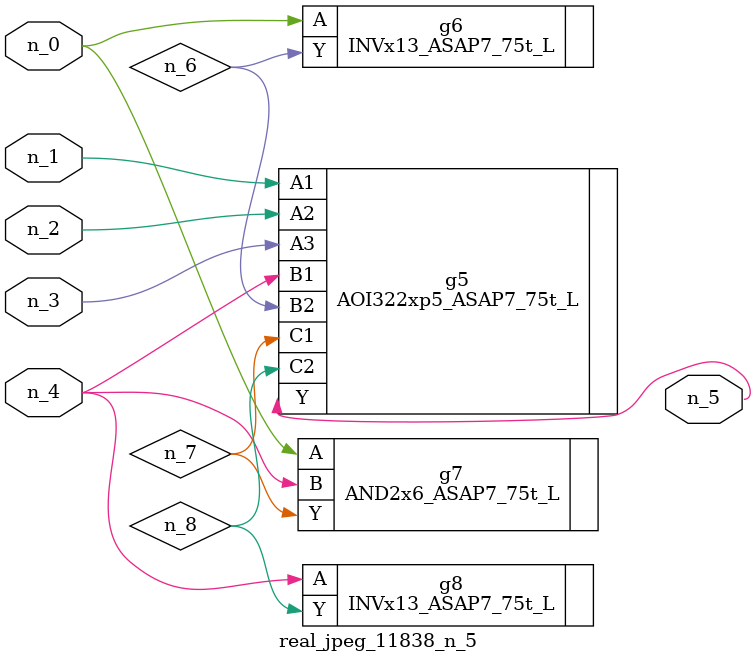
<source format=v>
module real_jpeg_11838_n_5 (n_4, n_0, n_1, n_2, n_3, n_5);

input n_4;
input n_0;
input n_1;
input n_2;
input n_3;

output n_5;

wire n_8;
wire n_6;
wire n_7;

INVx13_ASAP7_75t_L g6 ( 
.A(n_0),
.Y(n_6)
);

AND2x6_ASAP7_75t_L g7 ( 
.A(n_0),
.B(n_4),
.Y(n_7)
);

AOI322xp5_ASAP7_75t_L g5 ( 
.A1(n_1),
.A2(n_2),
.A3(n_3),
.B1(n_4),
.B2(n_6),
.C1(n_7),
.C2(n_8),
.Y(n_5)
);

INVx13_ASAP7_75t_L g8 ( 
.A(n_4),
.Y(n_8)
);


endmodule
</source>
